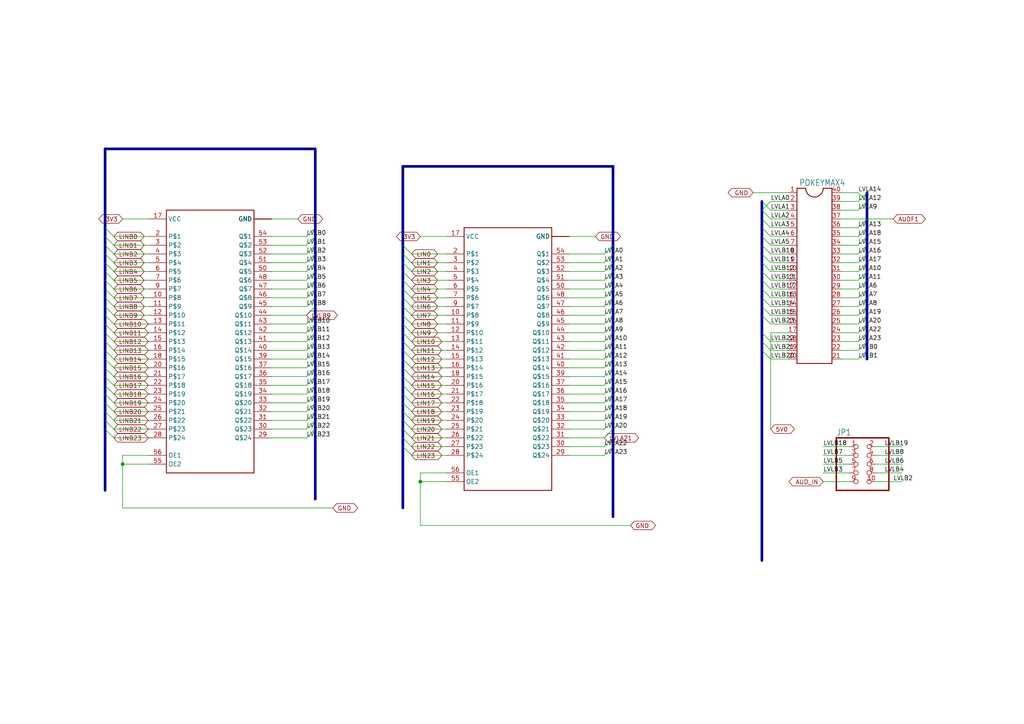
<source format=kicad_sch>
(kicad_sch (version 20231120) (generator "eeschema") (generator_version "8.0")
  (paper "A4")
  (junction (at 35.56 134.62))
  (junction (at 121.92 139.7))
  (bus_entry (at 88.9 111.76) (size 2.54 -2.54))
  (bus_entry (at 223.52 88.9) (size -2.54 -2.54))
  (bus_entry (at 175.26 73.66) (size 2.54 -2.54))
  (bus_entry (at 119.38 81.28) (size -2.54 -2.54))
  (bus_entry (at 33.02 81.28) (size -2.54 -2.54))
  (bus_entry (at 119.38 86.36) (size -2.54 -2.54))
  (bus_entry (at 175.26 76.2) (size 2.54 -2.54))
  (bus_entry (at 248.92 86.36) (size 2.54 -2.54))
  (bus_entry (at 119.38 88.9) (size -2.54 -2.54))
  (bus_entry (at 119.38 104.14) (size -2.54 -2.54))
  (bus_entry (at 119.38 119.38) (size -2.54 -2.54))
  (bus_entry (at 33.02 73.66) (size -2.54 -2.54))
  (bus_entry (at 119.38 91.44) (size -2.54 -2.54))
  (bus_entry (at 33.02 99.06) (size -2.54 -2.54))
  (bus_entry (at 88.9 121.92) (size 2.54 -2.54))
  (bus_entry (at 119.38 76.2) (size -2.54 -2.54))
  (bus_entry (at 248.92 81.28) (size 2.54 -2.54))
  (bus_entry (at 223.52 81.28) (size -2.54 -2.54))
  (bus_entry (at 119.38 114.3) (size -2.54 -2.54))
  (bus_entry (at 248.92 78.74) (size 2.54 -2.54))
  (bus_entry (at 248.92 68.58) (size 2.54 -2.54))
  (bus_entry (at 119.38 83.82) (size -2.54 -2.54))
  (bus_entry (at 248.92 104.14) (size 2.54 -2.54))
  (bus_entry (at 175.26 86.36) (size 2.54 -2.54))
  (bus_entry (at 33.02 101.6) (size -2.54 -2.54))
  (bus_entry (at 119.38 109.22) (size -2.54 -2.54))
  (bus_entry (at 119.38 106.68) (size -2.54 -2.54))
  (bus_entry (at 88.9 71.12) (size 2.54 -2.54))
  (bus_entry (at 175.26 106.68) (size 2.54 -2.54))
  (bus_entry (at 175.26 101.6) (size 2.54 -2.54))
  (bus_entry (at 88.9 119.38) (size 2.54 -2.54))
  (bus_entry (at 88.9 124.46) (size 2.54 -2.54))
  (bus_entry (at 223.52 68.58) (size -2.54 -2.54))
  (bus_entry (at 175.26 88.9) (size 2.54 -2.54))
  (bus_entry (at 175.26 83.82) (size 2.54 -2.54))
  (bus_entry (at 175.26 91.44) (size 2.54 -2.54))
  (bus_entry (at 175.26 111.76) (size 2.54 -2.54))
  (bus_entry (at 88.9 68.58) (size 2.54 -2.54))
  (bus_entry (at 175.26 78.74) (size 2.54 -2.54))
  (bus_entry (at 88.9 109.22) (size 2.54 -2.54))
  (bus_entry (at 33.02 83.82) (size -2.54 -2.54))
  (bus_entry (at 248.92 73.66) (size 2.54 -2.54))
  (bus_entry (at 119.38 99.06) (size -2.54 -2.54))
  (bus_entry (at 175.26 104.14) (size 2.54 -2.54))
  (bus_entry (at 33.02 104.14) (size -2.54 -2.54))
  (bus_entry (at 175.26 81.28) (size 2.54 -2.54))
  (bus_entry (at 119.38 116.84) (size -2.54 -2.54))
  (bus_entry (at 88.9 93.98) (size 2.54 -2.54))
  (bus_entry (at 223.52 104.14) (size -2.54 -2.54))
  (bus_entry (at 88.9 91.44) (size 2.54 -2.54))
  (bus_entry (at 119.38 73.66) (size -2.54 -2.54))
  (bus_entry (at 88.9 83.82) (size 2.54 -2.54))
  (bus_entry (at 88.9 116.84) (size 2.54 -2.54))
  (bus_entry (at 88.9 88.9) (size 2.54 -2.54))
  (bus_entry (at 248.92 88.9) (size 2.54 -2.54))
  (bus_entry (at 88.9 104.14) (size 2.54 -2.54))
  (bus_entry (at 223.52 71.12) (size -2.54 -2.54))
  (bus_entry (at 248.92 55.88) (size 2.54 2.54))
  (bus_entry (at 88.9 101.6) (size 2.54 -2.54))
  (bus_entry (at 248.92 76.2) (size 2.54 -2.54))
  (bus_entry (at 33.02 127) (size -2.54 -2.54))
  (bus_entry (at 223.52 101.6) (size -2.54 -2.54))
  (bus_entry (at 33.02 116.84) (size -2.54 -2.54))
  (bus_entry (at 175.26 121.92) (size 2.54 -2.54))
  (bus_entry (at 248.92 60.96) (size 2.54 -2.54))
  (bus_entry (at 33.02 96.52) (size -2.54 -2.54))
  (bus_entry (at 175.26 116.84) (size 2.54 -2.54))
  (bus_entry (at 175.26 129.54) (size 2.54 -2.54))
  (bus_entry (at 88.9 99.06) (size 2.54 -2.54))
  (bus_entry (at 223.52 93.98) (size -2.54 -2.54))
  (bus_entry (at 223.52 91.44) (size -2.54 -2.54))
  (bus_entry (at 33.02 68.58) (size -2.54 -2.54))
  (bus_entry (at 88.9 81.28) (size 2.54 -2.54))
  (bus_entry (at 248.92 66.04) (size 2.54 -2.54))
  (bus_entry (at 248.92 83.82) (size 2.54 -2.54))
  (bus_entry (at 248.92 101.6) (size 2.54 -2.54))
  (bus_entry (at 119.38 111.76) (size -2.54 -2.54))
  (bus_entry (at 88.9 127) (size 2.54 -2.54))
  (bus_entry (at 88.9 73.66) (size 2.54 -2.54))
  (bus_entry (at 119.38 96.52) (size -2.54 -2.54))
  (bus_entry (at 88.9 86.36) (size 2.54 -2.54))
  (bus_entry (at 119.38 132.08) (size -2.54 -2.54))
  (bus_entry (at 33.02 114.3) (size -2.54 -2.54))
  (bus_entry (at 33.02 111.76) (size -2.54 -2.54))
  (bus_entry (at 33.02 119.38) (size -2.54 -2.54))
  (bus_entry (at 33.02 86.36) (size -2.54 -2.54))
  (bus_entry (at 223.52 78.74) (size -2.54 -2.54))
  (bus_entry (at 248.92 99.06) (size 2.54 -2.54))
  (bus_entry (at 33.02 88.9) (size -2.54 -2.54))
  (bus_entry (at 175.26 99.06) (size 2.54 -2.54))
  (bus_entry (at 33.02 124.46) (size -2.54 -2.54))
  (bus_entry (at 248.92 93.98) (size 2.54 -2.54))
  (bus_entry (at 33.02 78.74) (size -2.54 -2.54))
  (bus_entry (at 223.52 86.36) (size -2.54 -2.54))
  (bus_entry (at 88.9 96.52) (size 2.54 -2.54))
  (bus_entry (at 119.38 129.54) (size -2.54 -2.54))
  (bus_entry (at 223.52 76.2) (size -2.54 -2.54))
  (bus_entry (at 248.92 96.52) (size 2.54 -2.54))
  (bus_entry (at 33.02 121.92) (size -2.54 -2.54))
  (bus_entry (at 33.02 71.12) (size -2.54 -2.54))
  (bus_entry (at 33.02 109.22) (size -2.54 -2.54))
  (bus_entry (at 223.52 63.5) (size -2.54 -2.54))
  (bus_entry (at 33.02 106.68) (size -2.54 -2.54))
  (bus_entry (at 175.26 119.38) (size 2.54 -2.54))
  (bus_entry (at 223.52 83.82) (size -2.54 -2.54))
  (bus_entry (at 223.52 99.06) (size -2.54 -2.54))
  (bus_entry (at 248.92 71.12) (size 2.54 -2.54))
  (bus_entry (at 119.38 101.6) (size -2.54 -2.54))
  (bus_entry (at 175.26 132.08) (size 2.54 -2.54))
  (bus_entry (at 88.9 78.74) (size 2.54 -2.54))
  (bus_entry (at 175.26 96.52) (size 2.54 -2.54))
  (bus_entry (at 175.26 109.22) (size 2.54 -2.54))
  (bus_entry (at 88.9 76.2) (size 2.54 -2.54))
  (bus_entry (at 119.38 78.74) (size -2.54 -2.54))
  (bus_entry (at 33.02 91.44) (size -2.54 -2.54))
  (bus_entry (at 119.38 124.46) (size -2.54 -2.54))
  (bus_entry (at 175.26 124.46) (size 2.54 -2.54))
  (bus_entry (at 119.38 127) (size -2.54 -2.54))
  (bus_entry (at 248.92 58.42) (size 2.54 -2.54))
  (bus_entry (at 223.52 73.66) (size -2.54 -2.54))
  (bus_entry (at 33.02 93.98) (size -2.54 -2.54))
  (bus_entry (at 223.52 60.96) (size -2.54 -2.54))
  (bus_entry (at 88.9 114.3) (size 2.54 -2.54))
  (bus_entry (at 223.52 58.42) (size -2.54 2.54))
  (bus_entry (at 248.92 91.44) (size 2.54 -2.54))
  (bus_entry (at 119.38 121.92) (size -2.54 -2.54))
  (bus_entry (at 119.38 93.98) (size -2.54 -2.54))
  (bus_entry (at 88.9 106.68) (size 2.54 -2.54))
  (bus_entry (at 223.52 66.04) (size -2.54 -2.54))
  (bus_entry (at 33.02 76.2) (size -2.54 -2.54))
  (bus_entry (at 175.26 114.3) (size 2.54 -2.54))
  (bus_entry (at 175.26 127) (size 2.54 -2.54))
  (bus_entry (at 175.26 93.98) (size 2.54 -2.54))
  (bus (pts (xy 177.8 114.3) (xy 177.8 116.84)) (stroke (width 0.762)))
  (bus (pts (xy 116.84 83.82) (xy 116.84 86.36)) (stroke (width 0.762)))
  (wire (pts (xy 88.9 124.46) (xy 78.74 124.46)) (stroke (width 0.1524)))
  (bus (pts (xy 30.48 109.22) (xy 30.48 111.76)) (stroke (width 0.762)))
  (bus (pts (xy 251.46 101.6) (xy 251.46 104.14)) (stroke (width 0.762)))
  (bus (pts (xy 116.84 71.12) (xy 116.84 73.66)) (stroke (width 0.762)))
  (bus (pts (xy 177.8 88.9) (xy 177.8 91.44)) (stroke (width 0.762)))
  (wire (pts (xy 88.9 88.9) (xy 78.74 88.9)) (stroke (width 0.1524)))
  (bus (pts (xy 30.48 78.74) (xy 30.48 81.28)) (stroke (width 0.762)))
  (wire (pts (xy 119.38 73.66) (xy 129.54 73.66)) (stroke (width 0.1524)))
  (bus (pts (xy 116.84 48.26) (xy 177.8 48.26)) (stroke (width 0.762)))
  (wire (pts (xy 119.38 96.52) (xy 129.54 96.52)) (stroke (width 0.1524)))
  (bus (pts (xy 177.8 96.52) (xy 177.8 99.06)) (stroke (width 0.762)))
  (bus (pts (xy 30.48 43.18) (xy 91.44 43.18)) (stroke (width 0.762)))
  (wire (pts (xy 243.84 63.5) (xy 251.46 63.5)) (stroke (width 0.1524)))
  (wire (pts (xy 238.76 132.08) (xy 246.38 132.08)) (stroke (width 0.1524)))
  (bus (pts (xy 30.48 114.3) (xy 30.48 116.84)) (stroke (width 0.762)))
  (wire (pts (xy 223.52 73.66) (xy 228.6 73.66)) (stroke (width 0.1524)))
  (wire (pts (xy 175.26 93.98) (xy 165.1 93.98)) (stroke (width 0.1524)))
  (wire (pts (xy 175.26 132.08) (xy 165.1 132.08)) (stroke (width 0.1524)))
  (wire (pts (xy 248.92 104.14) (xy 243.84 104.14)) (stroke (width 0.1524)))
  (wire (pts (xy 175.26 124.46) (xy 165.1 124.46)) (stroke (width 0.1524)))
  (bus (pts (xy 251.46 78.74) (xy 251.46 81.28)) (stroke (width 0.762)))
  (bus (pts (xy 91.44 83.82) (xy 91.44 86.36)) (stroke (width 0.762)))
  (wire (pts (xy 119.38 132.08) (xy 129.54 132.08)) (stroke (width 0.1524)))
  (bus (pts (xy 91.44 66.04) (xy 91.44 68.58)) (stroke (width 0.762)))
  (wire (pts (xy 238.76 134.62) (xy 246.38 134.62)) (stroke (width 0.1524)))
  (bus (pts (xy 30.48 88.9) (xy 30.48 91.44)) (stroke (width 0.762)))
  (wire (pts (xy 248.92 99.06) (xy 243.84 99.06)) (stroke (width 0.1524)))
  (wire (pts (xy 33.02 99.06) (xy 43.18 99.06)) (stroke (width 0.1524)))
  (wire (pts (xy 223.52 66.04) (xy 228.6 66.04)) (stroke (width 0.1524)))
  (wire (pts (xy 88.9 93.98) (xy 78.74 93.98)) (stroke (width 0.1524)))
  (bus (pts (xy 251.46 88.9) (xy 251.46 91.44)) (stroke (width 0.762)))
  (wire (pts (xy 223.52 68.58) (xy 228.6 68.58)) (stroke (width 0.1524)))
  (bus (pts (xy 91.44 114.3) (xy 91.44 116.84)) (stroke (width 0.762)))
  (bus (pts (xy 251.46 93.98) (xy 251.46 96.52)) (stroke (width 0.762)))
  (wire (pts (xy 33.02 91.44) (xy 43.18 91.44)) (stroke (width 0.1524)))
  (wire (pts (xy 121.92 152.4) (xy 182.88 152.4)) (stroke (width 0.1524)))
  (wire (pts (xy 33.02 106.68) (xy 43.18 106.68)) (stroke (width 0.1524)))
  (bus (pts (xy 251.46 55.88) (xy 251.46 58.42)) (stroke (width 0.762)))
  (wire (pts (xy 88.9 83.82) (xy 78.74 83.82)) (stroke (width 0.1524)))
  (wire (pts (xy 175.26 86.36) (xy 165.1 86.36)) (stroke (width 0.1524)))
  (wire (pts (xy 175.26 88.9) (xy 165.1 88.9)) (stroke (width 0.1524)))
  (wire (pts (xy 254 137.16) (xy 261.62 137.16)) (stroke (width 0.1524)))
  (bus (pts (xy 177.8 119.38) (xy 177.8 121.92)) (stroke (width 0.762)))
  (wire (pts (xy 223.52 99.06) (xy 228.6 99.06)) (stroke (width 0.1524)))
  (wire (pts (xy 175.26 81.28) (xy 165.1 81.28)) (stroke (width 0.1524)))
  (wire (pts (xy 33.02 119.38) (xy 43.18 119.38)) (stroke (width 0.1524)))
  (wire (pts (xy 88.9 71.12) (xy 78.74 71.12)) (stroke (width 0.1524)))
  (bus (pts (xy 30.48 119.38) (xy 30.48 121.92)) (stroke (width 0.762)))
  (wire (pts (xy 33.02 83.82) (xy 43.18 83.82)) (stroke (width 0.1524)))
  (wire (pts (xy 238.76 137.16) (xy 246.38 137.16)) (stroke (width 0.1524)))
  (bus (pts (xy 177.8 76.2) (xy 177.8 78.74)) (stroke (width 0.762)))
  (bus (pts (xy 220.98 68.58) (xy 220.98 71.12)) (stroke (width 0.762)))
  (bus (pts (xy 177.8 121.92) (xy 177.8 124.46)) (stroke (width 0.762)))
  (bus (pts (xy 30.48 104.14) (xy 30.48 106.68)) (stroke (width 0.762)))
  (bus (pts (xy 251.46 81.28) (xy 251.46 83.82)) (stroke (width 0.762)))
  (bus (pts (xy 177.8 91.44) (xy 177.8 93.98)) (stroke (width 0.762)))
  (wire (pts (xy 88.9 104.14) (xy 78.74 104.14)) (stroke (width 0.1524)))
  (bus (pts (xy 91.44 111.76) (xy 91.44 114.3)) (stroke (width 0.762)))
  (wire (pts (xy 119.38 78.74) (xy 129.54 78.74)) (stroke (width 0.1524)))
  (bus (pts (xy 177.8 73.66) (xy 177.8 76.2)) (stroke (width 0.762)))
  (bus (pts (xy 251.46 96.52) (xy 251.46 99.06)) (stroke (width 0.762)))
  (bus (pts (xy 91.44 81.28) (xy 91.44 83.82)) (stroke (width 0.762)))
  (wire (pts (xy 33.02 124.46) (xy 43.18 124.46)) (stroke (width 0.1524)))
  (bus (pts (xy 220.98 88.9) (xy 220.98 91.44)) (stroke (width 0.762)))
  (bus (pts (xy 116.84 99.06) (xy 116.84 101.6)) (stroke (width 0.762)))
  (bus (pts (xy 251.46 76.2) (xy 251.46 78.74)) (stroke (width 0.762)))
  (wire (pts (xy 175.26 99.06) (xy 165.1 99.06)) (stroke (width 0.1524)))
  (bus (pts (xy 91.44 78.74) (xy 91.44 81.28)) (stroke (width 0.762)))
  (wire (pts (xy 33.02 86.36) (xy 43.18 86.36)) (stroke (width 0.1524)))
  (bus (pts (xy 91.44 104.14) (xy 91.44 106.68)) (stroke (width 0.762)))
  (bus (pts (xy 91.44 68.58) (xy 91.44 71.12)) (stroke (width 0.762)))
  (wire (pts (xy 33.02 127) (xy 43.18 127)) (stroke (width 0.1524)))
  (bus (pts (xy 251.46 63.5) (xy 251.46 66.04)) (stroke (width 0.762)))
  (wire (pts (xy 248.92 91.44) (xy 243.84 91.44)) (stroke (width 0.1524)))
  (wire (pts (xy 88.9 127) (xy 78.74 127)) (stroke (width 0.1524)))
  (wire (pts (xy 248.92 73.66) (xy 243.84 73.66)) (stroke (width 0.1524)))
  (bus (pts (xy 220.98 96.52) (xy 220.98 99.06)) (stroke (width 0.762)))
  (bus (pts (xy 177.8 81.28) (xy 177.8 83.82)) (stroke (width 0.762)))
  (wire (pts (xy 121.92 139.7) (xy 121.92 152.4)) (stroke (width 0.1524)))
  (bus (pts (xy 251.46 99.06) (xy 251.46 101.6)) (stroke (width 0.762)))
  (bus (pts (xy 220.98 86.36) (xy 220.98 88.9)) (stroke (width 0.762)))
  (wire (pts (xy 33.02 114.3) (xy 43.18 114.3)) (stroke (width 0.1524)))
  (wire (pts (xy 223.52 99.06) (xy 223.52 101.6)) (stroke (width 0.1524)))
  (bus (pts (xy 177.8 86.36) (xy 177.8 88.9)) (stroke (width 0.762)))
  (bus (pts (xy 116.84 93.98) (xy 116.84 96.52)) (stroke (width 0.762)))
  (wire (pts (xy 88.9 106.68) (xy 78.74 106.68)) (stroke (width 0.1524)))
  (wire (pts (xy 248.92 71.12) (xy 243.84 71.12)) (stroke (width 0.1524)))
  (wire (pts (xy 223.52 93.98) (xy 228.6 93.98)) (stroke (width 0.1524)))
  (wire (pts (xy 248.92 55.88) (xy 243.84 55.88)) (stroke (width 0.1524)))
  (bus (pts (xy 177.8 106.68) (xy 177.8 109.22)) (stroke (width 0.762)))
  (wire (pts (xy 119.38 116.84) (xy 129.54 116.84)) (stroke (width 0.1524)))
  (bus (pts (xy 177.8 71.12) (xy 177.8 73.66)) (stroke (width 0.762)))
  (wire (pts (xy 119.38 88.9) (xy 129.54 88.9)) (stroke (width 0.1524)))
  (wire (pts (xy 33.02 93.98) (xy 43.18 93.98)) (stroke (width 0.1524)))
  (bus (pts (xy 220.98 99.06) (xy 220.98 101.6)) (stroke (width 0.762)))
  (bus (pts (xy 30.48 68.58) (xy 30.48 71.12)) (stroke (width 0.762)))
  (wire (pts (xy 88.9 81.28) (xy 78.74 81.28)) (stroke (width 0.1524)))
  (bus (pts (xy 116.84 129.54) (xy 116.84 147.32)) (stroke (width 0.762)))
  (bus (pts (xy 177.8 83.82) (xy 177.8 86.36)) (stroke (width 0.762)))
  (wire (pts (xy 254 132.08) (xy 261.62 132.08)) (stroke (width 0.1524)))
  (bus (pts (xy 91.44 96.52) (xy 91.44 99.06)) (stroke (width 0.762)))
  (wire (pts (xy 88.9 91.44) (xy 78.74 91.44)) (stroke (width 0.1524)))
  (wire (pts (xy 248.92 78.74) (xy 243.84 78.74)) (stroke (width 0.1524)))
  (bus (pts (xy 91.44 106.68) (xy 91.44 109.22)) (stroke (width 0.762)))
  (wire (pts (xy 88.9 109.22) (xy 78.74 109.22)) (stroke (width 0.1524)))
  (wire (pts (xy 33.02 121.92) (xy 43.18 121.92)) (stroke (width 0.1524)))
  (bus (pts (xy 116.84 81.28) (xy 116.84 83.82)) (stroke (width 0.762)))
  (wire (pts (xy 33.02 116.84) (xy 43.18 116.84)) (stroke (width 0.1524)))
  (wire (pts (xy 33.02 71.12) (xy 43.18 71.12)) (stroke (width 0.1524)))
  (wire (pts (xy 88.9 73.66) (xy 78.74 73.66)) (stroke (width 0.1524)))
  (wire (pts (xy 175.26 106.68) (xy 165.1 106.68)) (stroke (width 0.1524)))
  (bus (pts (xy 116.84 86.36) (xy 116.84 88.9)) (stroke (width 0.762)))
  (wire (pts (xy 223.52 81.28) (xy 228.6 81.28)) (stroke (width 0.1524)))
  (wire (pts (xy 165.1 68.58) (xy 172.72 68.58)) (stroke (width 0.1524)))
  (bus (pts (xy 116.84 111.76) (xy 116.84 114.3)) (stroke (width 0.762)))
  (bus (pts (xy 251.46 83.82) (xy 251.46 86.36)) (stroke (width 0.762)))
  (wire (pts (xy 223.52 104.14) (xy 223.52 124.46)) (stroke (width 0.1524)))
  (wire (pts (xy 248.92 60.96) (xy 243.84 60.96)) (stroke (width 0.1524)))
  (bus (pts (xy 116.84 127) (xy 116.84 129.54)) (stroke (width 0.762)))
  (wire (pts (xy 33.02 81.28) (xy 43.18 81.28)) (stroke (width 0.1524)))
  (bus (pts (xy 251.46 66.04) (xy 251.46 68.58)) (stroke (width 0.762)))
  (bus (pts (xy 116.84 124.46) (xy 116.84 127)) (stroke (width 0.762)))
  (bus (pts (xy 220.98 71.12) (xy 220.98 73.66)) (stroke (width 0.762)))
  (bus (pts (xy 91.44 121.92) (xy 91.44 124.46)) (stroke (width 0.762)))
  (bus (pts (xy 30.48 91.44) (xy 30.48 93.98)) (stroke (width 0.762)))
  (wire (pts (xy 88.9 76.2) (xy 78.74 76.2)) (stroke (width 0.1524)))
  (wire (pts (xy 223.52 96.52) (xy 223.52 99.06)) (stroke (width 0.1524)))
  (bus (pts (xy 177.8 116.84) (xy 177.8 119.38)) (stroke (width 0.762)))
  (wire (pts (xy 33.02 104.14) (xy 43.18 104.14)) (stroke (width 0.1524)))
  (bus (pts (xy 220.98 63.5) (xy 220.98 66.04)) (stroke (width 0.762)))
  (bus (pts (xy 116.84 121.92) (xy 116.84 124.46)) (stroke (width 0.762)))
  (wire (pts (xy 88.9 101.6) (xy 78.74 101.6)) (stroke (width 0.1524)))
  (bus (pts (xy 91.44 99.06) (xy 91.44 101.6)) (stroke (width 0.762)))
  (bus (pts (xy 30.48 86.36) (xy 30.48 88.9)) (stroke (width 0.762)))
  (wire (pts (xy 175.26 104.14) (xy 165.1 104.14)) (stroke (width 0.1524)))
  (wire (pts (xy 88.9 121.92) (xy 78.74 121.92)) (stroke (width 0.1524)))
  (bus (pts (xy 220.98 91.44) (xy 220.98 96.52)) (stroke (width 0.762)))
  (wire (pts (xy 248.92 83.82) (xy 243.84 83.82)) (stroke (width 0.1524)))
  (wire (pts (xy 88.9 116.84) (xy 78.74 116.84)) (stroke (width 0.1524)))
  (wire (pts (xy 238.76 139.7) (xy 246.38 139.7)) (stroke (width 0.1524)))
  (wire (pts (xy 35.56 134.62) (xy 43.18 134.62)) (stroke (width 0.1524)))
  (bus (pts (xy 177.8 99.06) (xy 177.8 101.6)) (stroke (width 0.762)))
  (wire (pts (xy 88.9 96.52) (xy 78.74 96.52)) (stroke (width 0.1524)))
  (wire (pts (xy 119.38 106.68) (xy 129.54 106.68)) (stroke (width 0.1524)))
  (wire (pts (xy 223.52 104.14) (xy 228.6 104.14)) (stroke (width 0.1524)))
  (wire (pts (xy 33.02 111.76) (xy 43.18 111.76)) (stroke (width 0.1524)))
  (bus (pts (xy 91.44 86.36) (xy 91.44 88.9)) (stroke (width 0.762)))
  (bus (pts (xy 30.48 124.46) (xy 30.48 142.24)) (stroke (width 0.762)))
  (bus (pts (xy 177.8 48.26) (xy 177.8 71.12)) (stroke (width 0.762)))
  (wire (pts (xy 248.92 88.9) (xy 243.84 88.9)) (stroke (width 0.1524)))
  (bus (pts (xy 91.44 93.98) (xy 91.44 96.52)) (stroke (width 0.762)))
  (wire (pts (xy 119.38 121.92) (xy 129.54 121.92)) (stroke (width 0.1524)))
  (bus (pts (xy 30.48 43.18) (xy 30.48 66.04)) (stroke (width 0.762)))
  (bus (pts (xy 177.8 111.76) (xy 177.8 114.3)) (stroke (width 0.762)))
  (wire (pts (xy 248.92 68.58) (xy 243.84 68.58)) (stroke (width 0.1524)))
  (bus (pts (xy 116.84 106.68) (xy 116.84 109.22)) (stroke (width 0.762)))
  (wire (pts (xy 119.38 127) (xy 129.54 127)) (stroke (width 0.1524)))
  (wire (pts (xy 129.54 68.58) (xy 121.92 68.58)) (stroke (width 0.1524)))
  (wire (pts (xy 175.26 121.92) (xy 165.1 121.92)) (stroke (width 0.1524)))
  (wire (pts (xy 248.92 96.52) (xy 243.84 96.52)) (stroke (width 0.1524)))
  (wire (pts (xy 33.02 76.2) (xy 43.18 76.2)) (stroke (width 0.1524)))
  (bus (pts (xy 251.46 58.42) (xy 251.46 63.5)) (stroke (width 0.762)))
  (bus (pts (xy 220.98 78.74) (xy 220.98 81.28)) (stroke (width 0.762)))
  (bus (pts (xy 30.48 71.12) (xy 30.48 73.66)) (stroke (width 0.762)))
  (wire (pts (xy 88.9 78.74) (xy 78.74 78.74)) (stroke (width 0.1524)))
  (bus (pts (xy 220.98 76.2) (xy 220.98 78.74)) (stroke (width 0.762)))
  (wire (pts (xy 223.52 63.5) (xy 228.6 63.5)) (stroke (width 0.1524)))
  (bus (pts (xy 30.48 96.52) (xy 30.48 99.06)) (stroke (width 0.762)))
  (wire (pts (xy 248.92 81.28) (xy 243.84 81.28)) (stroke (width 0.1524)))
  (wire (pts (xy 175.26 116.84) (xy 165.1 116.84)) (stroke (width 0.1524)))
  (wire (pts (xy 119.38 83.82) (xy 129.54 83.82)) (stroke (width 0.1524)))
  (bus (pts (xy 177.8 127) (xy 177.8 129.54)) (stroke (width 0.762)))
  (bus (pts (xy 220.98 73.66) (xy 220.98 76.2)) (stroke (width 0.762)))
  (bus (pts (xy 116.84 119.38) (xy 116.84 121.92)) (stroke (width 0.762)))
  (bus (pts (xy 91.44 124.46) (xy 91.44 144.78)) (stroke (width 0.762)))
  (wire (pts (xy 175.26 114.3) (xy 165.1 114.3)) (stroke (width 0.1524)))
  (wire (pts (xy 254 139.7) (xy 261.62 139.7)) (stroke (width 0.1524)))
  (wire (pts (xy 121.92 139.7) (xy 129.54 139.7)) (stroke (width 0.1524)))
  (bus (pts (xy 177.8 124.46) (xy 177.8 127)) (stroke (width 0.762)))
  (bus (pts (xy 116.84 91.44) (xy 116.84 93.98)) (stroke (width 0.762)))
  (wire (pts (xy 223.52 91.44) (xy 228.6 91.44)) (stroke (width 0.1524)))
  (bus (pts (xy 91.44 88.9) (xy 91.44 91.44)) (stroke (width 0.762)))
  (bus (pts (xy 116.84 109.22) (xy 116.84 111.76)) (stroke (width 0.762)))
  (wire (pts (xy 248.92 66.04) (xy 243.84 66.04)) (stroke (width 0.1524)))
  (bus (pts (xy 177.8 104.14) (xy 177.8 106.68)) (stroke (width 0.762)))
  (wire (pts (xy 248.92 86.36) (xy 243.84 86.36)) (stroke (width 0.1524)))
  (wire (pts (xy 33.02 88.9) (xy 43.18 88.9)) (stroke (width 0.1524)))
  (bus (pts (xy 91.44 76.2) (xy 91.44 78.74)) (stroke (width 0.762)))
  (wire (pts (xy 175.26 76.2) (xy 165.1 76.2)) (stroke (width 0.1524)))
  (wire (pts (xy 223.52 71.12) (xy 228.6 71.12)) (stroke (width 0.1524)))
  (bus (pts (xy 177.8 101.6) (xy 177.8 104.14)) (stroke (width 0.762)))
  (wire (pts (xy 248.92 93.98) (xy 243.84 93.98)) (stroke (width 0.1524)))
  (wire (pts (xy 248.92 58.42) (xy 243.84 58.42)) (stroke (width 0.1524)))
  (bus (pts (xy 116.84 116.84) (xy 116.84 119.38)) (stroke (width 0.762)))
  (wire (pts (xy 175.26 96.52) (xy 165.1 96.52)) (stroke (width 0.1524)))
  (bus (pts (xy 251.46 68.58) (xy 251.46 71.12)) (stroke (width 0.762)))
  (bus (pts (xy 251.46 91.44) (xy 251.46 93.98)) (stroke (width 0.762)))
  (bus (pts (xy 30.48 93.98) (xy 30.48 96.52)) (stroke (width 0.762)))
  (wire (pts (xy 33.02 109.22) (xy 43.18 109.22)) (stroke (width 0.1524)))
  (wire (pts (xy 33.02 101.6) (xy 43.18 101.6)) (stroke (width 0.1524)))
  (bus (pts (xy 91.44 71.12) (xy 91.44 73.66)) (stroke (width 0.762)))
  (bus (pts (xy 30.48 99.06) (xy 30.48 101.6)) (stroke (width 0.762)))
  (wire (pts (xy 119.38 119.38) (xy 129.54 119.38)) (stroke (width 0.1524)))
  (wire (pts (xy 261.62 129.54) (xy 254 129.54)) (stroke (width 0.1524)))
  (bus (pts (xy 91.44 91.44) (xy 91.44 93.98)) (stroke (width 0.762)))
  (bus (pts (xy 91.44 109.22) (xy 91.44 111.76)) (stroke (width 0.762)))
  (wire (pts (xy 175.26 83.82) (xy 165.1 83.82)) (stroke (width 0.1524)))
  (wire (pts (xy 248.92 76.2) (xy 243.84 76.2)) (stroke (width 0.1524)))
  (wire (pts (xy 254 134.62) (xy 261.62 134.62)) (stroke (width 0.1524)))
  (wire (pts (xy 129.54 137.16) (xy 121.92 137.16)) (stroke (width 0.1524)))
  (bus (pts (xy 220.98 66.04) (xy 220.98 68.58)) (stroke (width 0.762)))
  (wire (pts (xy 88.9 114.3) (xy 78.74 114.3)) (stroke (width 0.1524)))
  (wire (pts (xy 119.38 81.28) (xy 129.54 81.28)) (stroke (width 0.1524)))
  (wire (pts (xy 88.9 99.06) (xy 78.74 99.06)) (stroke (width 0.1524)))
  (wire (pts (xy 119.38 93.98) (xy 129.54 93.98)) (stroke (width 0.1524)))
  (bus (pts (xy 30.48 73.66) (xy 30.48 76.2)) (stroke (width 0.762)))
  (wire (pts (xy 33.02 78.74) (xy 43.18 78.74)) (stroke (width 0.1524)))
  (bus (pts (xy 177.8 109.22) (xy 177.8 111.76)) (stroke (width 0.762)))
  (wire (pts (xy 33.02 96.52) (xy 43.18 96.52)) (stroke (width 0.1524)))
  (wire (pts (xy 223.52 86.36) (xy 228.6 86.36)) (stroke (width 0.1524)))
  (wire (pts (xy 223.52 101.6) (xy 223.52 104.14)) (stroke (width 0.1524)))
  (bus (pts (xy 251.46 86.36) (xy 251.46 88.9)) (stroke (width 0.762)))
  (wire (pts (xy 119.38 129.54) (xy 129.54 129.54)) (stroke (width 0.1524)))
  (wire (pts (xy 228.6 96.52) (xy 223.52 96.52)) (stroke (width 0.1524)))
  (wire (pts (xy 33.02 68.58) (xy 43.18 68.58)) (stroke (width 0.1524)))
  (wire (pts (xy 119.38 124.46) (xy 129.54 124.46)) (stroke (width 0.1524)))
  (bus (pts (xy 116.84 104.14) (xy 116.84 106.68)) (stroke (width 0.762)))
  (bus (pts (xy 91.44 43.18) (xy 91.44 66.04)) (stroke (width 0.762)))
  (bus (pts (xy 116.84 78.74) (xy 116.84 81.28)) (stroke (width 0.762)))
  (wire (pts (xy 223.52 76.2) (xy 228.6 76.2)) (stroke (width 0.1524)))
  (wire (pts (xy 119.38 109.22) (xy 129.54 109.22)) (stroke (width 0.1524)))
  (bus (pts (xy 220.98 81.28) (xy 220.98 83.82)) (stroke (width 0.762)))
  (wire (pts (xy 175.26 101.6) (xy 165.1 101.6)) (stroke (width 0.1524)))
  (bus (pts (xy 220.98 101.6) (xy 220.98 162.56)) (stroke (width 0.762)))
  (bus (pts (xy 91.44 116.84) (xy 91.44 119.38)) (stroke (width 0.762)))
  (bus (pts (xy 30.48 81.28) (xy 30.48 83.82)) (stroke (width 0.762)))
  (bus (pts (xy 116.84 48.26) (xy 116.84 71.12)) (stroke (width 0.762)))
  (wire (pts (xy 251.46 63.5) (xy 259.08 63.5)) (stroke (width 0.1524)))
  (wire (pts (xy 88.9 119.38) (xy 78.74 119.38)) (stroke (width 0.1524)))
  (wire (pts (xy 119.38 86.36) (xy 129.54 86.36)) (stroke (width 0.1524)))
  (wire (pts (xy 175.26 91.44) (xy 165.1 91.44)) (stroke (width 0.1524)))
  (wire (pts (xy 175.26 129.54) (xy 165.1 129.54)) (stroke (width 0.1524)))
  (bus (pts (xy 91.44 119.38) (xy 91.44 121.92)) (stroke (width 0.762)))
  (bus (pts (xy 116.84 76.2) (xy 116.84 78.74)) (stroke (width 0.762)))
  (bus (pts (xy 30.48 106.68) (xy 30.48 109.22)) (stroke (width 0.762)))
  (wire (pts (xy 223.52 58.42) (xy 228.6 58.42)) (stroke (width 0.1524)))
  (wire (pts (xy 88.9 111.76) (xy 78.74 111.76)) (stroke (width 0.1524)))
  (wire (pts (xy 88.9 86.36) (xy 78.74 86.36)) (stroke (width 0.1524)))
  (bus (pts (xy 30.48 116.84) (xy 30.48 119.38)) (stroke (width 0.762)))
  (wire (pts (xy 175.26 119.38) (xy 165.1 119.38)) (stroke (width 0.1524)))
  (wire (pts (xy 175.26 73.66) (xy 165.1 73.66)) (stroke (width 0.1524)))
  (wire (pts (xy 228.6 55.88) (xy 218.44 55.88)) (stroke (width 0.1524)))
  (wire (pts (xy 35.56 132.08) (xy 35.56 134.62)) (stroke (width 0.1524)))
  (wire (pts (xy 223.52 60.96) (xy 228.6 60.96)) (stroke (width 0.1524)))
  (bus (pts (xy 30.48 66.04) (xy 30.48 68.58)) (stroke (width 0.762)))
  (wire (pts (xy 88.9 68.58) (xy 78.74 68.58)) (stroke (width 0.1524)))
  (wire (pts (xy 119.38 101.6) (xy 129.54 101.6)) (stroke (width 0.1524)))
  (wire (pts (xy 238.76 129.54) (xy 246.38 129.54)) (stroke (width 0.1524)))
  (bus (pts (xy 30.48 101.6) (xy 30.48 104.14)) (stroke (width 0.762)))
  (bus (pts (xy 177.8 129.54) (xy 177.8 149.86)) (stroke (width 0.762)))
  (bus (pts (xy 251.46 73.66) (xy 251.46 76.2)) (stroke (width 0.762)))
  (wire (pts (xy 223.52 83.82) (xy 228.6 83.82)) (stroke (width 0.1524)))
  (bus (pts (xy 30.48 111.76) (xy 30.48 114.3)) (stroke (width 0.762)))
  (wire (pts (xy 248.92 101.6) (xy 243.84 101.6)) (stroke (width 0.1524)))
  (wire (pts (xy 35.56 147.32) (xy 96.52 147.32)) (stroke (width 0.1524)))
  (wire (pts (xy 43.18 63.5) (xy 35.56 63.5)) (stroke (width 0.1524)))
  (bus (pts (xy 30.48 121.92) (xy 30.48 124.46)) (stroke (width 0.762)))
  (wire (pts (xy 175.26 78.74) (xy 165.1 78.74)) (stroke (width 0.1524)))
  (bus (pts (xy 251.46 71.12) (xy 251.46 73.66)) (stroke (width 0.762)))
  (wire (pts (xy 223.52 88.9) (xy 228.6 88.9)) (stroke (width 0.1524)))
  (wire (pts (xy 119.38 76.2) (xy 129.54 76.2)) (stroke (width 0.1524)))
  (bus (pts (xy 116.84 101.6) (xy 116.84 104.14)) (stroke (width 0.762)))
  (wire (pts (xy 223.52 78.74) (xy 228.6 78.74)) (stroke (width 0.1524)))
  (bus (pts (xy 177.8 78.74) (xy 177.8 81.28)) (stroke (width 0.762)))
  (wire (pts (xy 223.52 101.6) (xy 228.6 101.6)) (stroke (width 0.1524)))
  (wire (pts (xy 175.26 109.22) (xy 165.1 109.22)) (stroke (width 0.1524)))
  (wire (pts (xy 119.38 114.3) (xy 129.54 114.3)) (stroke (width 0.1524)))
  (wire (pts (xy 121.92 137.16) (xy 121.92 139.7)) (stroke (width 0.1524)))
  (wire (pts (xy 175.26 111.76) (xy 165.1 111.76)) (stroke (width 0.1524)))
  (wire (pts (xy 43.18 132.08) (xy 35.56 132.08)) (stroke (width 0.1524)))
  (bus (pts (xy 220.98 83.82) (xy 220.98 86.36)) (stroke (width 0.762)))
  (bus (pts (xy 116.84 96.52) (xy 116.84 99.06)) (stroke (width 0.762)))
  (bus (pts (xy 220.98 60.96) (xy 220.98 63.5)) (stroke (width 0.762)))
  (wire (pts (xy 175.26 127) (xy 165.1 127)) (stroke (width 0.1524)))
  (bus (pts (xy 30.48 76.2) (xy 30.48 78.74)) (stroke (width 0.762)))
  (wire (pts (xy 33.02 73.66) (xy 43.18 73.66)) (stroke (width 0.1524)))
  (bus (pts (xy 116.84 114.3) (xy 116.84 116.84)) (stroke (width 0.762)))
  (bus (pts (xy 30.48 83.82) (xy 30.48 86.36)) (stroke (width 0.762)))
  (bus (pts (xy 177.8 93.98) (xy 177.8 96.52)) (stroke (width 0.762)))
  (wire (pts (xy 119.38 99.06) (xy 129.54 99.06)) (stroke (width 0.1524)))
  (bus (pts (xy 91.44 101.6) (xy 91.44 104.14)) (stroke (width 0.762)))
  (bus (pts (xy 91.44 73.66) (xy 91.44 76.2)) (stroke (width 0.762)))
  (bus (pts (xy 116.84 73.66) (xy 116.84 76.2)) (stroke (width 0.762)))
  (wire (pts (xy 119.38 111.76) (xy 129.54 111.76)) (stroke (width 0.1524)))
  (wire (pts (xy 119.38 104.14) (xy 129.54 104.14)) (stroke (width 0.1524)))
  (bus (pts (xy 220.98 58.42) (xy 220.98 60.96)) (stroke (width 0.762)))
  (bus (pts (xy 116.84 88.9) (xy 116.84 91.44)) (stroke (width 0.762)))
  (wire (pts (xy 35.56 134.62) (xy 35.56 147.32)) (stroke (width 0.1524)))
  (wire (pts (xy 78.74 63.5) (xy 86.36 63.5)) (stroke (width 0.1524)))
  (wire (pts (xy 119.38 91.44) (xy 129.54 91.44)) (stroke (width 0.1524)))
  (label "LVLA16" (at 175.26 114.3 0) (effects (font (size 1.2446 1.2446))))
  (label "LVLB16" (at 88.9 109.22 0) (effects (font (size 1.2446 1.2446))))
  (label "LVLB21" (at 223.52 101.6 0) (effects (font (size 1.2446 1.2446))))
  (label "LVLA1" (at 175.26 76.2 0) (effects (font (size 1.2446 1.2446))))
  (label "LVLB14" (at 88.9 104.14 0) (effects (font (size 1.2446 1.2446))))
  (label "LVLA4" (at 223.52 68.58 0) (effects (font (size 1.2446 1.2446))))
  (label "LVLB1" (at 248.92 104.14 0) (effects (font (size 1.2446 1.2446))))
  (label "LVLB16" (at 223.52 86.36 0) (effects (font (size 1.2446 1.2446))))
  (label "LVLA18" (at 248.92 68.58 0) (effects (font (size 1.2446 1.2446))))
  (label "LVLA3" (at 223.52 66.04 0) (effects (font (size 1.2446 1.2446))))
  (label "LVLB19" (at 88.9 116.84 0) (effects (font (size 1.2446 1.2446))))
  (label "LVLA17" (at 175.26 116.84 0) (effects (font (size 1.2446 1.2446))))
  (label "LVLA13" (at 175.26 106.68 0) (effects (font (size 1.2446 1.2446))))
  (label "LVLA13" (at 248.92 66.04 0) (effects (font (size 1.2446 1.2446))))
  (label "LVLA11" (at 248.92 81.28 0) (effects (font (size 1.2446 1.2446))))
  (label "LVLB4" (at 256.54 137.16 0) (effects (font (size 1.2446 1.2446))))
  (label "LVLB2" (at 259.08 139.7 0) (effects (font (size 1.2446 1.2446))))
  (label "LVLA23" (at 175.26 132.08 0) (effects (font (size 1.2446 1.2446))))
  (label "LVLA19" (at 248.92 91.44 0) (effects (font (size 1.2446 1.2446))))
  (label "LVLB17" (at 223.52 83.82 0) (effects (font (size 1.2446 1.2446))))
  (label "LVLB3" (at 238.76 137.16 0) (effects (font (size 1.2446 1.2446))))
  (label "LVLA2" (at 175.26 78.74 0) (effects (font (size 1.2446 1.2446))))
  (label "LVLB0" (at 88.9 68.58 0) (effects (font (size 1.2446 1.2446))))
  (label "LVLB3" (at 88.9 76.2 0) (effects (font (size 1.2446 1.2446))))
  (label "LVLB15" (at 223.52 91.44 0) (effects (font (size 1.2446 1.2446))))
  (label "LVLB10" (at 223.52 73.66 0) (effects (font (size 1.2446 1.2446))))
  (label "LVLA19" (at 175.26 121.92 0) (effects (font (size 1.2446 1.2446))))
  (label "LVLB13" (at 223.52 81.28 0) (effects (font (size 1.2446 1.2446))))
  (label "LVLB5" (at 238.76 134.62 0) (effects (font (size 1.2446 1.2446))))
  (label "LVLA4" (at 175.26 83.82 0) (effects (font (size 1.2446 1.2446))))
  (label "LVLB14" (at 223.52 88.9 0) (effects (font (size 1.2446 1.2446))))
  (label "LVLA15" (at 248.92 71.12 0) (effects (font (size 1.2446 1.2446))))
  (label "LVLA8" (at 175.26 93.98 0) (effects (font (size 1.2446 1.2446))))
  (label "LVLB4" (at 88.9 78.74 0) (effects (font (size 1.2446 1.2446))))
  (label "LVLB12" (at 88.9 99.06 0) (effects (font (size 1.2446 1.2446))))
  (label "LVLA5" (at 223.52 71.12 0) (effects (font (size 1.2446 1.2446))))
  (label "LVLA7" (at 248.92 86.36 0) (effects (font (size 1.2446 1.2446))))
  (label "LVLB15" (at 88.9 106.68 0) (effects (font (size 1.2446 1.2446))))
  (label "LVLB2" (at 88.9 73.66 0) (effects (font (size 1.2446 1.2446))))
  (label "LVLA22" (at 248.92 96.52 0) (effects (font (size 1.2446 1.2446))))
  (label "LVLB18" (at 238.76 129.54 0) (effects (font (size 1.2446 1.2446))))
  (label "LVLB22" (at 223.52 99.06 0) (effects (font (size 1.2446 1.2446))))
  (label "LVLA2" (at 223.52 63.5 0) (effects (font (size 1.2446 1.2446))))
  (label "LVLA14" (at 175.26 109.22 0) (effects (font (size 1.2446 1.2446))))
  (label "LVLB7" (at 88.9 86.36 0) (effects (font (size 1.2446 1.2446))))
  (label "LVLA10" (at 248.92 78.74 0) (effects (font (size 1.2446 1.2446))))
  (label "LVLB1" (at 88.9 71.12 0) (effects (font (size 1.2446 1.2446))))
  (label "LVLB10" (at 88.9 93.98 0) (effects (font (size 1.2446 1.2446))))
  (label "LVLB23" (at 223.52 93.98 0) (effects (font (size 1.2446 1.2446))))
  (label "LVLA22" (at 175.26 129.54 0) (effects (font (size 1.2446 1.2446))))
  (label "LVLB7" (at 238.76 132.08 0) (effects (font (size 1.2446 1.2446))))
  (label "LVLA1" (at 223.52 60.96 0) (effects (font (size 1.2446 1.2446))))
  (label "LVLA5" (at 175.26 86.36 0) (effects (font (size 1.2446 1.2446))))
  (label "LVLA12" (at 248.92 58.42 0) (effects (font (size 1.2446 1.2446))))
  (label "LVLA0" (at 175.26 73.66 0) (effects (font (size 1.2446 1.2446))))
  (label "LVLA18" (at 175.26 119.38 0) (effects (font (size 1.2446 1.2446))))
  (label "LVLA23" (at 248.92 99.06 0) (effects (font (size 1.2446 1.2446))))
  (label "LVLB11" (at 223.52 76.2 0) (effects (font (size 1.2446 1.2446))))
  (label "LVLA14" (at 248.92 55.88 0) (effects (font (size 1.2446 1.2446))))
  (label "LVLA20" (at 248.92 93.98 0) (effects (font (size 1.2446 1.2446))))
  (label "LVLA8" (at 248.92 88.9 0) (effects (font (size 1.2446 1.2446))))
  (label "LVLB5" (at 88.9 81.28 0) (effects (font (size 1.2446 1.2446))))
  (label "LVLA17" (at 248.92 76.2 0) (effects (font (size 1.2446 1.2446))))
  (label "LVLB8" (at 256.54 132.08 0) (effects (font (size 1.2446 1.2446))))
  (label "LVLA11" (at 175.26 101.6 0) (effects (font (size 1.2446 1.2446))))
  (label "LVLB20" (at 223.52 104.14 0) (effects (font (size 1.2446 1.2446))))
  (label "LVLA9" (at 175.26 96.52 0) (effects (font (size 1.2446 1.2446))))
  (label "LVLA7" (at 175.26 91.44 0) (effects (font (size 1.2446 1.2446))))
  (label "LVLA3" (at 175.26 81.28 0) (effects (font (size 1.2446 1.2446))))
  (label "LVLA0" (at 223.52 58.42 0) (effects (font (size 1.2446 1.2446))))
  (label "LVLB6" (at 256.54 134.62 0) (effects (font (size 1.2446 1.2446))))
  (label "LVLB19" (at 256.54 129.54 0) (effects (font (size 1.2446 1.2446))))
  (label "LVLB21" (at 88.9 121.92 0) (effects (font (size 1.2446 1.2446))))
  (label "LVLB17" (at 88.9 111.76 0) (effects (font (size 1.2446 1.2446))))
  (label "LVLA10" (at 175.26 99.06 0) (effects (font (size 1.2446 1.2446))))
  (label "LVLA16" (at 248.92 73.66 0) (effects (font (size 1.2446 1.2446))))
  (label "LVLB13" (at 88.9 101.6 0) (effects (font (size 1.2446 1.2446))))
  (label "LVLB6" (at 88.9 83.82 0) (effects (font (size 1.2446 1.2446))))
  (label "LVLA6" (at 248.92 83.82 0) (effects (font (size 1.2446 1.2446))))
  (label "LVLA20" (at 175.26 124.46 0) (effects (font (size 1.2446 1.2446))))
  (label "LVLA9" (at 248.92 60.96 0) (effects (font (size 1.2446 1.2446))))
  (label "LVLB22" (at 88.9 124.46 0) (effects (font (size 1.2446 1.2446))))
  (label "LVLB8" (at 88.9 88.9 0) (effects (font (size 1.2446 1.2446))))
  (label "LVLB18" (at 88.9 114.3 0) (effects (font (size 1.2446 1.2446))))
  (label "LVLB11" (at 88.9 96.52 0) (effects (font (size 1.2446 1.2446))))
  (label "LVLA15" (at 175.26 111.76 0) (effects (font (size 1.2446 1.2446))))
  (label "LVLA12" (at 175.26 104.14 0) (effects (font (size 1.2446 1.2446))))
  (label "LVLB23" (at 88.9 127 0) (effects (font (size 1.2446 1.2446))))
  (label "LVLA6" (at 175.26 88.9 0) (effects (font (size 1.2446 1.2446))))
  (label "LVLB12" (at 223.52 78.74 0) (effects (font (size 1.2446 1.2446))))
  (label "LVLB0" (at 248.92 101.6 0) (effects (font (size 1.2446 1.2446))))
  (label "LVLB20" (at 88.9 119.38 0) (effects (font (size 1.2446 1.2446))))
  (global_label "GND" (shape bidirectional) (at 218.44 55.88 180) (effects (font (size 1.2446 1.2446))) (property "Intersheetrefs" "${INTERSHEET_REFS}" (effects (hide yes))))
  (global_label "LIN13" (shape bidirectional) (at 119.38 106.68 0) (effects (font (size 1.2446 1.2446))) (property "Intersheetrefs" "${INTERSHEET_REFS}" (effects (hide yes))))
  (global_label "LVLB9" (shape bidirectional) (at 88.9 91.44 0) (effects (font (size 1.2446 1.2446))) (property "Intersheetrefs" "${INTERSHEET_REFS}" (effects (hide yes))))
  (global_label "LIN15" (shape bidirectional) (at 119.38 111.76 0) (effects (font (size 1.2446 1.2446))) (property "Intersheetrefs" "${INTERSHEET_REFS}" (effects (hide yes))))
  (global_label "LIN8" (shape bidirectional) (at 119.38 93.98 0) (effects (font (size 1.2446 1.2446))) (property "Intersheetrefs" "${INTERSHEET_REFS}" (effects (hide yes))))
  (global_label "LINB18" (shape bidirectional) (at 33.02 114.3 0) (effects (font (size 1.2446 1.2446))) (property "Intersheetrefs" "${INTERSHEET_REFS}" (effects (hide yes))))
  (global_label "LINB6" (shape bidirectional) (at 33.02 83.82 0) (effects (font (size 1.2446 1.2446))) (property "Intersheetrefs" "${INTERSHEET_REFS}" (effects (hide yes))))
  (global_label "AUD_IN" (shape bidirectional) (at 238.76 139.7 180) (effects (font (size 1.2446 1.2446))) (property "Intersheetrefs" "${INTERSHEET_REFS}" (effects (hide yes))))
  (global_label "3V3" (shape bidirectional) (at 35.56 63.5 180) (effects (font (size 1.2446 1.2446))) (property "Intersheetrefs" "${INTERSHEET_REFS}" (effects (hide yes))))
  (global_label "LINB9" (shape bidirectional) (at 33.02 91.44 0) (effects (font (size 1.2446 1.2446))) (property "Intersheetrefs" "${INTERSHEET_REFS}" (effects (hide yes))))
  (global_label "LIN7" (shape bidirectional) (at 119.38 91.44 0) (effects (font (size 1.2446 1.2446))) (property "Intersheetrefs" "${INTERSHEET_REFS}" (effects (hide yes))))
  (global_label "LIN17" (shape bidirectional) (at 119.38 116.84 0) (effects (font (size 1.2446 1.2446))) (property "Intersheetrefs" "${INTERSHEET_REFS}" (effects (hide yes))))
  (global_label "LINB8" (shape bidirectional) (at 33.02 88.9 0) (effects (font (size 1.2446 1.2446))) (property "Intersheetrefs" "${INTERSHEET_REFS}" (effects (hide yes))))
  (global_label "LINB15" (shape bidirectional) (at 33.02 106.68 0) (effects (font (size 1.2446 1.2446))) (property "Intersheetrefs" "${INTERSHEET_REFS}" (effects (hide yes))))
  (global_label "LINB5" (shape bidirectional) (at 33.02 81.28 0) (effects (font (size 1.2446 1.2446))) (property "Intersheetrefs" "${INTERSHEET_REFS}" (effects (hide yes))))
  (global_label "LINB23" (shape bidirectional) (at 33.02 127 0) (effects (font (size 1.2446 1.2446))) (property "Intersheetrefs" "${INTERSHEET_REFS}" (effects (hide yes))))
  (global_label "LINB22" (shape bidirectional) (at 33.02 124.46 0) (effects (font (size 1.2446 1.2446))) (property "Intersheetrefs" "${INTERSHEET_REFS}" (effects (hide yes))))
  (global_label "LINB10" (shape bidirectional) (at 33.02 93.98 0) (effects (font (size 1.2446 1.2446))) (property "Intersheetrefs" "${INTERSHEET_REFS}" (effects (hide yes))))
  (global_label "LIN14" (shape bidirectional) (at 119.38 109.22 0) (effects (font (size 1.2446 1.2446))) (property "Intersheetrefs" "${INTERSHEET_REFS}" (effects (hide yes))))
  (global_label "GND" (shape bidirectional) (at 182.88 152.4 0) (effects (font (size 1.2446 1.2446))) (property "Intersheetrefs" "${INTERSHEET_REFS}" (effects (hide yes))))
  (global_label "LINB12" (shape bidirectional) (at 33.02 99.06 0) (effects (font (size 1.2446 1.2446))) (property "Intersheetrefs" "${INTERSHEET_REFS}" (effects (hide yes))))
  (global_label "LINB17" (shape bidirectional) (at 33.02 111.76 0) (effects (font (size 1.2446 1.2446))) (property "Intersheetrefs" "${INTERSHEET_REFS}" (effects (hide yes))))
  (global_label "LIN22" (shape bidirectional) (at 119.38 129.54 0) (effects (font (size 1.2446 1.2446))) (property "Intersheetrefs" "${INTERSHEET_REFS}" (effects (hide yes))))
  (global_label "AUDF1" (shape bidirectional) (at 259.08 63.5 0) (effects (font (size 1.2446 1.2446))) (property "Intersheetrefs" "${INTERSHEET_REFS}" (effects (hide yes))))
  (global_label "LIN18" (shape bidirectional) (at 119.38 119.38 0) (effects (font (size 1.2446 1.2446))) (property "Intersheetrefs" "${INTERSHEET_REFS}" (effects (hide yes))))
  (global_label "LINB1" (shape bidirectional) (at 33.02 71.12 0) (effects (font (size 1.2446 1.2446))) (property "Intersheetrefs" "${INTERSHEET_REFS}" (effects (hide yes))))
  (global_label "LIN6" (shape bidirectional) (at 119.38 88.9 0) (effects (font (size 1.2446 1.2446))) (property "Intersheetrefs" "${INTERSHEET_REFS}" (effects (hide yes))))
  (global_label "GND" (shape bidirectional) (at 96.52 147.32 0) (effects (font (size 1.2446 1.2446))) (property "Intersheetrefs" "${INTERSHEET_REFS}" (effects (hide yes))))
  (global_label "LINB11" (shape bidirectional) (at 33.02 96.52 0) (effects (font (size 1.2446 1.2446))) (property "Intersheetrefs" "${INTERSHEET_REFS}" (effects (hide yes))))
  (global_label "LINB14" (shape bidirectional) (at 33.02 104.14 0) (effects (font (size 1.2446 1.2446))) (property "Intersheetrefs" "${INTERSHEET_REFS}" (effects (hide yes))))
  (global_label "LINB0" (shape bidirectional) (at 33.02 68.58 0) (effects (font (size 1.2446 1.2446))) (property "Intersheetrefs" "${INTERSHEET_REFS}" (effects (hide yes))))
  (global_label "5V0" (shape bidirectional) (at 223.52 124.46 0) (effects (font (size 1.2446 1.2446))) (property "Intersheetrefs" "${INTERSHEET_REFS}" (effects (hide yes))))
  (global_label "LINB3" (shape bidirectional) (at 33.02 76.2 0) (effects (font (size 1.2446 1.2446))) (property "Intersheetrefs" "${INTERSHEET_REFS}" (effects (hide yes))))
  (global_label "LIN16" (shape bidirectional) (at 119.38 114.3 0) (effects (font (size 1.2446 1.2446))) (property "Intersheetrefs" "${INTERSHEET_REFS}" (effects (hide yes))))
  (global_label "LVLA21" (shape bidirectional) (at 175.26 127 0) (effects (font (size 1.2446 1.2446))) (property "Intersheetrefs" "${INTERSHEET_REFS}" (effects (hide yes))))
  (global_label "LINB13" (shape bidirectional) (at 33.02 101.6 0) (effects (font (size 1.2446 1.2446))) (property "Intersheetrefs" "${INTERSHEET_REFS}" (effects (hide yes))))
  (global_label "GND" (shape bidirectional) (at 86.36 63.5 0) (effects (font (size 1.2446 1.2446))) (property "Intersheetrefs" "${INTERSHEET_REFS}" (effects (hide yes))))
  (global_label "LINB2" (shape bidirectional) (at 33.02 73.66 0) (effects (font (size 1.2446 1.2446))) (property "Intersheetrefs" "${INTERSHEET_REFS}" (effects (hide yes))))
  (global_label "LIN12" (shape bidirectional) (at 119.38 104.14 0) (effects (font (size 1.2446 1.2446))) (property "Intersheetrefs" "${INTERSHEET_REFS}" (effects (hide yes))))
  (global_label "LIN5" (shape bidirectional) (at 119.38 86.36 0) (effects (font (size 1.2446 1.2446))) (property "Intersheetrefs" "${INTERSHEET_REFS}" (effects (hide yes))))
  (global_label "LIN2" (shape bidirectional) (at 119.38 78.74 0) (effects (font (size 1.2446 1.2446))) (property "Intersheetrefs" "${INTERSHEET_REFS}" (effects (hide yes))))
  (global_label "LIN10" (shape bidirectional) (at 119.38 99.06 0) (effects (font (size 1.2446 1.2446))) (property "Intersheetrefs" "${INTERSHEET_REFS}" (effects (hide yes))))
  (global_label "LINB20" (shape bidirectional) (at 33.02 119.38 0) (effects (font (size 1.2446 1.2446))) (property "Intersheetrefs" "${INTERSHEET_REFS}" (effects (hide yes))))
  (global_label "LIN23" (shape bidirectional) (at 119.38 132.08 0) (effects (font (size 1.2446 1.2446))) (property "Intersheetrefs" "${INTERSHEET_REFS}" (effects (hide yes))))
  (global_label "LIN20" (shape bidirectional) (at 119.38 124.46 0) (effects (font (size 1.2446 1.2446))) (property "Intersheetrefs" "${INTERSHEET_REFS}" (effects (hide yes))))
  (global_label "LINB7" (shape bidirectional) (at 33.02 86.36 0) (effects (font (size 1.2446 1.2446))) (property "Intersheetrefs" "${INTERSHEET_REFS}" (effects (hide yes))))
  (global_label "LIN4" (shape bidirectional) (at 119.38 83.82 0) (effects (font (size 1.2446 1.2446))) (property "Intersheetrefs" "${INTERSHEET_REFS}" (effects (hide yes))))
  (global_label "LINB21" (shape bidirectional) (at 33.02 121.92 0) (effects (font (size 1.2446 1.2446))) (property "Intersheetrefs" "${INTERSHEET_REFS}" (effects (hide yes))))
  (global_label "GND" (shape bidirectional) (at 172.72 68.58 0) (effects (font (size 1.2446 1.2446))) (property "Intersheetrefs" "${INTERSHEET_REFS}" (effects (hide yes))))
  (global_label "LINB4" (shape bidirectional) (at 33.02 78.74 0) (effects (font (size 1.2446 1.2446))) (property "Intersheetrefs" "${INTERSHEET_REFS}" (effects (hide yes))))
  (global_label "LINB19" (shape bidirectional) (at 33.02 116.84 0) (effects (font (size 1.2446 1.2446))) (property "Intersheetrefs" "${INTERSHEET_REFS}" (effects (hide yes))))
  (global_label "3V3" (shape bidirectional) (at 121.92 68.58 180) (effects (font (size 1.2446 1.2446))) (property "Intersheetrefs" "${INTERSHEET_REFS}" (effects (hide yes))))
  (global_label "LIN3" (shape bidirectional) (at 119.38 81.28 0) (effects (font (size 1.2446 1.2446))) (property "Intersheetrefs" "${INTERSHEET_REFS}" (effects (hide yes))))
  (global_label "LIN21" (shape bidirectional) (at 119.38 127 0) (effects (font (size 1.2446 1.2446))) (property "Intersheetrefs" "${INTERSHEET_REFS}" (effects (hide yes))))
  (global_label "LIN9" (shape bidirectional) (at 119.38 96.52 0) (effects (font (size 1.2446 1.2446))) (property "Intersheetrefs" "${INTERSHEET_REFS}" (effects (hide yes))))
  (global_label "LIN0" (shape bidirectional) (at 119.38 73.66 0) (effects (font (size 1.2446 1.2446))) (property "Intersheetrefs" "${INTERSHEET_REFS}" (effects (hide yes))))
  (global_label "LIN11" (shape bidirectional) (at 119.38 101.6 0) (effects (font (size 1.2446 1.2446))) (property "Intersheetrefs" "${INTERSHEET_REFS}" (effects (hide yes))))
  (global_label "LIN1" (shape bidirectional) (at 119.38 76.2 0) (effects (font (size 1.2446 1.2446))) (property "Intersheetrefs" "${INTERSHEET_REFS}" (effects (hide yes))))
  (global_label "LIN19" (shape bidirectional) (at 119.38 121.92 0) (effects (font (size 1.2446 1.2446))) (property "Intersheetrefs" "${INTERSHEET_REFS}" (effects (hide yes))))
  (global_label "LINB16" (shape bidirectional) (at 33.02 109.22 0) (effects (font (size 1.2446 1.2446))) (property "Intersheetrefs" "${INTERSHEET_REFS}" (effects (hide yes))))
  (symbol (lib_id "pokeymax4-eagle-import:SN74CB3T16211SM") (at 154.94 99.06 0) (unit 1)
    (property "Reference" "U2" (effects (hide yes)))
    (property "Value" "SN74CB3T16211SM" (effects (hide yes)))
    (property "Footprint" "pokeymax4:56TVSOP_SMALL" (effects (hide yes)))
    (property "LCSC Part #" "C2674751" (effects (hide yes)))
    (property "JLCPCB Rotation Offset" "90" (effects (hide yes)))
  )
  (symbol (lib_id "pokeymax4-eagle-import:PINHD-2X5") (at 248.92 134.62 0) (unit 1) (in_bom no)
    (property "Reference" "JP1" (at 242.57 126.365 0) (effects (font (size 1.778 1.5113)) (justify left bottom)))
    (property "Value" "PINHD-2X5" (effects (hide yes)))
    (property "Footprint" "pokeymax4:2X05" (effects (hide yes)))
  )
  (symbol (lib_id "pokeymax4-eagle-import:SN74CB3T16211SM") (at 68.58 93.98 0) (unit 1)
    (property "Reference" "U4" (effects (hide yes)))
    (property "Value" "SN74CB3T16211SM" (effects (hide yes)))
    (property "Footprint" "pokeymax4:56TVSOP_SMALL" (effects (hide yes)))
    (property "LCSC Part #" "C2674751" (effects (hide yes)))
    (property "JLCPCB Rotation Offset" "270" (effects (hide yes)))
  )
  (symbol (lib_id "pokeymax4-eagle-import:DIL40") (at 236.22 78.74 0) (unit 1) (in_bom no)
    (property "Reference" "POKEYMAX4" (at 231.775 53.975 0) (effects (font (size 1.778 1.5113)) (justify left bottom)))
    (property "Value" "DIL40" (effects (hide yes)))
    (property "Footprint" "pokeymax4:DIL40" (effects (hide yes)))
  )
)
</source>
